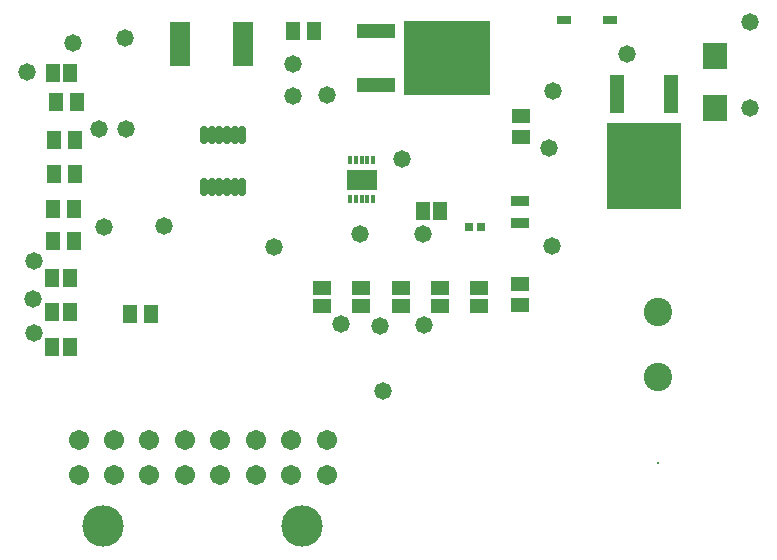
<source format=gts>
G04*
G04 #@! TF.GenerationSoftware,Altium Limited,Altium Designer,19.0.15 (446)*
G04*
G04 Layer_Color=8388736*
%FSLAX25Y25*%
%MOIN*%
G70*
G01*
G75*
%ADD31R,0.29147X0.24619*%
%ADD32R,0.12611X0.04737*%
%ADD33R,0.04934X0.03162*%
%ADD34R,0.06115X0.05131*%
%ADD35R,0.05131X0.06115*%
%ADD36R,0.05918X0.03556*%
%ADD37O,0.02769X0.06115*%
%ADD38R,0.04737X0.06312*%
%ADD39R,0.01784X0.02965*%
%ADD40R,0.10249X0.07099*%
%ADD41R,0.06312X0.04737*%
%ADD42R,0.04737X0.12611*%
%ADD43R,0.24619X0.29147*%
%ADD44R,0.07887X0.09068*%
%ADD45R,0.07099X0.14580*%
%ADD46R,0.03162X0.02769*%
%ADD47C,0.00800*%
%ADD48C,0.09461*%
%ADD49C,0.06706*%
%ADD50C,0.13792*%
%ADD51C,0.05800*%
D31*
X204921Y176063D02*
D03*
D32*
X181102Y167087D02*
D03*
Y185039D02*
D03*
D33*
X243996Y188583D02*
D03*
X259154D02*
D03*
D34*
X229134Y93701D02*
D03*
Y100787D02*
D03*
X229528Y149606D02*
D03*
Y156693D02*
D03*
D35*
X99213Y90839D02*
D03*
X106299D02*
D03*
X153543Y185039D02*
D03*
X160630D02*
D03*
X80709Y114961D02*
D03*
X73622D02*
D03*
X73419Y125850D02*
D03*
X80506D02*
D03*
X81496Y161417D02*
D03*
X74410D02*
D03*
X80911Y137292D02*
D03*
X73825D02*
D03*
X80911Y148734D02*
D03*
X73825D02*
D03*
D36*
X229134Y121063D02*
D03*
Y128543D02*
D03*
D37*
X123917Y132972D02*
D03*
X126476D02*
D03*
X129035D02*
D03*
X131595D02*
D03*
X134153D02*
D03*
X136713D02*
D03*
X123917Y150492D02*
D03*
X126476D02*
D03*
X129035D02*
D03*
X131595D02*
D03*
X134153D02*
D03*
X136713D02*
D03*
D38*
X73419Y171024D02*
D03*
X79325D02*
D03*
X196788Y125197D02*
D03*
X202693D02*
D03*
X73222Y79725D02*
D03*
X79128D02*
D03*
X73222Y102608D02*
D03*
X79128D02*
D03*
X73228Y91339D02*
D03*
X79134D02*
D03*
D39*
X172480Y129134D02*
D03*
X174449D02*
D03*
X176417D02*
D03*
X178386D02*
D03*
X180354D02*
D03*
Y141929D02*
D03*
X178386D02*
D03*
X176417D02*
D03*
X174449D02*
D03*
X172480D02*
D03*
D40*
X176417Y135433D02*
D03*
D41*
X176378Y93504D02*
D03*
Y99410D02*
D03*
X163293Y93504D02*
D03*
Y99410D02*
D03*
X202583Y93504D02*
D03*
Y99410D02*
D03*
X189486Y93504D02*
D03*
Y99410D02*
D03*
X215679D02*
D03*
Y93504D02*
D03*
D42*
X279449Y163976D02*
D03*
X261496D02*
D03*
D43*
X270472Y140157D02*
D03*
D44*
X294094Y159449D02*
D03*
Y176772D02*
D03*
D45*
X137008Y180709D02*
D03*
X115748D02*
D03*
D46*
X212205Y119629D02*
D03*
X216142D02*
D03*
D47*
X275325Y40945D02*
D03*
D48*
Y69685D02*
D03*
Y91339D02*
D03*
D49*
X82087Y37087D02*
D03*
X93898D02*
D03*
X105709D02*
D03*
X117520D02*
D03*
X129331D02*
D03*
X141142D02*
D03*
X152953D02*
D03*
X164764D02*
D03*
Y48898D02*
D03*
X152953D02*
D03*
X141142D02*
D03*
X129331D02*
D03*
X117520D02*
D03*
X105709D02*
D03*
X93898D02*
D03*
X82087D02*
D03*
D50*
X90158Y20079D02*
D03*
X156693D02*
D03*
D51*
X239764Y113293D02*
D03*
X183591Y64961D02*
D03*
X264961Y177559D02*
D03*
X240158Y164961D02*
D03*
X164961Y163779D02*
D03*
X153543Y163386D02*
D03*
X97638Y182677D02*
D03*
X189764Y142520D02*
D03*
X238976Y146063D02*
D03*
X196850Y117323D02*
D03*
X175984D02*
D03*
X147244Y112992D02*
D03*
X197244Y87008D02*
D03*
X182677Y86748D02*
D03*
X169425Y87252D02*
D03*
X305906Y159449D02*
D03*
Y188189D02*
D03*
X90551Y119685D02*
D03*
X110630Y120079D02*
D03*
X98032Y152362D02*
D03*
X88976D02*
D03*
X64961Y171260D02*
D03*
X67323Y108268D02*
D03*
Y84252D02*
D03*
X66823Y95850D02*
D03*
X80118Y181102D02*
D03*
X153543Y174016D02*
D03*
M02*

</source>
